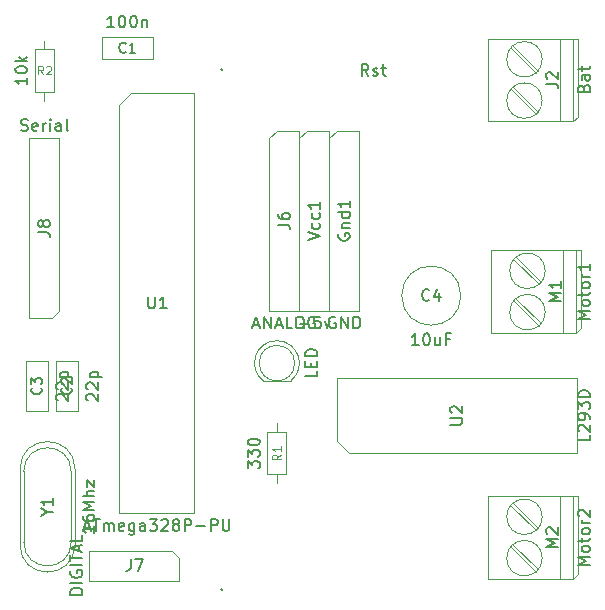
<source format=gbr>
G04 #@! TF.GenerationSoftware,KiCad,Pcbnew,(5.1.8)-1*
G04 #@! TF.CreationDate,2021-03-23T12:44:49+01:00*
G04 #@! TF.ProjectId,MicoBot1,4d69636f-426f-4743-912e-6b696361645f,rev?*
G04 #@! TF.SameCoordinates,Original*
G04 #@! TF.FileFunction,Other,Fab,Top*
%FSLAX46Y46*%
G04 Gerber Fmt 4.6, Leading zero omitted, Abs format (unit mm)*
G04 Created by KiCad (PCBNEW (5.1.8)-1) date 2021-03-23 12:44:49*
%MOMM*%
%LPD*%
G01*
G04 APERTURE LIST*
%ADD10C,0.100000*%
%ADD11C,0.150000*%
%ADD12C,0.108000*%
%ADD13C,0.129000*%
G04 APERTURE END LIST*
D10*
X110855000Y-106680000D02*
X116205000Y-106680000D01*
X116205000Y-106680000D02*
X116205000Y-142240000D01*
X116205000Y-142240000D02*
X109855000Y-142240000D01*
X109855000Y-142240000D02*
X109855000Y-107680000D01*
X109855000Y-107680000D02*
X110855000Y-106680000D01*
X128270000Y-136160000D02*
X128270000Y-130810000D01*
X128270000Y-130810000D02*
X148590000Y-130810000D01*
X148590000Y-130810000D02*
X148590000Y-137160000D01*
X148590000Y-137160000D02*
X129270000Y-137160000D01*
X129270000Y-137160000D02*
X128270000Y-136160000D01*
X123990000Y-135360000D02*
X122390000Y-135360000D01*
X122390000Y-135360000D02*
X122390000Y-138960000D01*
X122390000Y-138960000D02*
X123990000Y-138960000D01*
X123990000Y-138960000D02*
X123990000Y-135360000D01*
X123190000Y-134620000D02*
X123190000Y-135360000D01*
X123190000Y-139700000D02*
X123190000Y-138960000D01*
X124690000Y-129540000D02*
G75*
G03*
X124690000Y-129540000I-1500000J0D01*
G01*
X122023810Y-131040000D02*
X124356190Y-131040000D01*
X124355476Y-131040555D02*
G75*
G03*
X122023810Y-131040000I-1165476J1500555D01*
G01*
X104460000Y-133635000D02*
X106360000Y-133635000D01*
X106360000Y-133635000D02*
X106360000Y-129335000D01*
X106360000Y-129335000D02*
X104460000Y-129335000D01*
X104460000Y-129335000D02*
X104460000Y-133635000D01*
X101920000Y-129335000D02*
X101920000Y-133635000D01*
X103820000Y-129335000D02*
X101920000Y-129335000D01*
X103820000Y-133635000D02*
X103820000Y-129335000D01*
X101920000Y-133635000D02*
X103820000Y-133635000D01*
X112680000Y-103820000D02*
X112680000Y-101920000D01*
X112680000Y-101920000D02*
X108380000Y-101920000D01*
X108380000Y-101920000D02*
X108380000Y-103820000D01*
X108380000Y-103820000D02*
X112680000Y-103820000D01*
X104305000Y-102975000D02*
X102705000Y-102975000D01*
X102705000Y-102975000D02*
X102705000Y-106575000D01*
X102705000Y-106575000D02*
X104305000Y-106575000D01*
X104305000Y-106575000D02*
X104305000Y-102975000D01*
X103505000Y-102235000D02*
X103505000Y-102975000D01*
X103505000Y-107315000D02*
X103505000Y-106575000D01*
X101434000Y-144905000D02*
X101434000Y-138505000D01*
X106084000Y-144905000D02*
X106084000Y-138505000D01*
X101759000Y-144705000D02*
X101759000Y-138705000D01*
X105759000Y-144705000D02*
X105759000Y-138705000D01*
X106084000Y-144905000D02*
G75*
G02*
X101434000Y-144905000I-2325000J0D01*
G01*
X106084000Y-138505000D02*
G75*
G03*
X101434000Y-138505000I-2325000J0D01*
G01*
X105759000Y-144705000D02*
G75*
G02*
X101759000Y-144705000I-2000000J0D01*
G01*
X105759000Y-138705000D02*
G75*
G03*
X101759000Y-138705000I-2000000J0D01*
G01*
X138755000Y-123825000D02*
G75*
G03*
X138755000Y-123825000I-2500000J0D01*
G01*
X145645000Y-107315000D02*
G75*
G03*
X145645000Y-107315000I-1500000J0D01*
G01*
X145645000Y-103815000D02*
G75*
G03*
X145645000Y-103815000I-1500000J0D01*
G01*
X141045000Y-109065000D02*
X141045000Y-102065000D01*
X141045000Y-102065000D02*
X148645000Y-102065000D01*
X148645000Y-102065000D02*
X148645000Y-108665000D01*
X148645000Y-108665000D02*
X148245000Y-109065000D01*
X148245000Y-109065000D02*
X141045000Y-109065000D01*
X148245000Y-109065000D02*
X148245000Y-102065000D01*
X147145000Y-109065000D02*
X147145000Y-102065000D01*
X143190000Y-106177000D02*
X145283000Y-108270000D01*
X143007000Y-106360000D02*
X145100000Y-108453000D01*
X143190000Y-102677000D02*
X145283000Y-104769000D01*
X143007000Y-102860000D02*
X145100000Y-104952000D01*
X145645000Y-146050000D02*
G75*
G03*
X145645000Y-146050000I-1500000J0D01*
G01*
X145645000Y-142550000D02*
G75*
G03*
X145645000Y-142550000I-1500000J0D01*
G01*
X141045000Y-147800000D02*
X141045000Y-140800000D01*
X141045000Y-140800000D02*
X148645000Y-140800000D01*
X148645000Y-140800000D02*
X148645000Y-147400000D01*
X148645000Y-147400000D02*
X148245000Y-147800000D01*
X148245000Y-147800000D02*
X141045000Y-147800000D01*
X148245000Y-147800000D02*
X148245000Y-140800000D01*
X147145000Y-147800000D02*
X147145000Y-140800000D01*
X143190000Y-144912000D02*
X145283000Y-147005000D01*
X143007000Y-145095000D02*
X145100000Y-147188000D01*
X143190000Y-141412000D02*
X145283000Y-143504000D01*
X143007000Y-141595000D02*
X145100000Y-143687000D01*
X143261000Y-120767000D02*
X145354000Y-122859000D01*
X143444000Y-120584000D02*
X145537000Y-122676000D01*
X143261000Y-124267000D02*
X145354000Y-126360000D01*
X143444000Y-124084000D02*
X145537000Y-126177000D01*
X147399000Y-126972000D02*
X147399000Y-119972000D01*
X148499000Y-126972000D02*
X148499000Y-119972000D01*
X148499000Y-126972000D02*
X141299000Y-126972000D01*
X148899000Y-126572000D02*
X148499000Y-126972000D01*
X148899000Y-119972000D02*
X148899000Y-126572000D01*
X141299000Y-119972000D02*
X148899000Y-119972000D01*
X141299000Y-126972000D02*
X141299000Y-119972000D01*
X145899000Y-121722000D02*
G75*
G03*
X145899000Y-121722000I-1500000J0D01*
G01*
X145899000Y-125222000D02*
G75*
G03*
X145899000Y-125222000I-1500000J0D01*
G01*
X123190000Y-109855000D02*
X125095000Y-109855000D01*
X125095000Y-109855000D02*
X125095000Y-125095000D01*
X125095000Y-125095000D02*
X122555000Y-125095000D01*
X122555000Y-125095000D02*
X122555000Y-110490000D01*
X122555000Y-110490000D02*
X123190000Y-109855000D01*
X114935000Y-146050000D02*
X114935000Y-147955000D01*
X114935000Y-147955000D02*
X107315000Y-147955000D01*
X107315000Y-147955000D02*
X107315000Y-145415000D01*
X107315000Y-145415000D02*
X114300000Y-145415000D01*
X114300000Y-145415000D02*
X114935000Y-146050000D01*
X104775000Y-125095000D02*
X104140000Y-125730000D01*
X104775000Y-110490000D02*
X104775000Y-125095000D01*
X102235000Y-110490000D02*
X104775000Y-110490000D01*
X102235000Y-125730000D02*
X102235000Y-110490000D01*
X104140000Y-125730000D02*
X102235000Y-125730000D01*
X125095000Y-110490000D02*
X125730000Y-109855000D01*
X125095000Y-125095000D02*
X125095000Y-110490000D01*
X127635000Y-125095000D02*
X125095000Y-125095000D01*
X127635000Y-109855000D02*
X127635000Y-125095000D01*
X125730000Y-109855000D02*
X127635000Y-109855000D01*
X128270000Y-109855000D02*
X130175000Y-109855000D01*
X130175000Y-109855000D02*
X130175000Y-125095000D01*
X130175000Y-125095000D02*
X127635000Y-125095000D01*
X127635000Y-125095000D02*
X127635000Y-110490000D01*
X127635000Y-110490000D02*
X128270000Y-109855000D01*
D11*
X118500000Y-148627142D02*
X118547619Y-148674761D01*
X118500000Y-148722380D01*
X118452380Y-148674761D01*
X118500000Y-148627142D01*
X118500000Y-148722380D01*
X118500000Y-104627142D02*
X118547619Y-104674761D01*
X118500000Y-104722380D01*
X118452380Y-104674761D01*
X118500000Y-104627142D01*
X118500000Y-104722380D01*
X106839523Y-143466666D02*
X107315714Y-143466666D01*
X106744285Y-143752380D02*
X107077619Y-142752380D01*
X107410952Y-143752380D01*
X107601428Y-142752380D02*
X108172857Y-142752380D01*
X107887142Y-143752380D02*
X107887142Y-142752380D01*
X108506190Y-143752380D02*
X108506190Y-143085714D01*
X108506190Y-143180952D02*
X108553809Y-143133333D01*
X108649047Y-143085714D01*
X108791904Y-143085714D01*
X108887142Y-143133333D01*
X108934761Y-143228571D01*
X108934761Y-143752380D01*
X108934761Y-143228571D02*
X108982380Y-143133333D01*
X109077619Y-143085714D01*
X109220476Y-143085714D01*
X109315714Y-143133333D01*
X109363333Y-143228571D01*
X109363333Y-143752380D01*
X110220476Y-143704761D02*
X110125238Y-143752380D01*
X109934761Y-143752380D01*
X109839523Y-143704761D01*
X109791904Y-143609523D01*
X109791904Y-143228571D01*
X109839523Y-143133333D01*
X109934761Y-143085714D01*
X110125238Y-143085714D01*
X110220476Y-143133333D01*
X110268095Y-143228571D01*
X110268095Y-143323809D01*
X109791904Y-143419047D01*
X111125238Y-143085714D02*
X111125238Y-143895238D01*
X111077619Y-143990476D01*
X111030000Y-144038095D01*
X110934761Y-144085714D01*
X110791904Y-144085714D01*
X110696666Y-144038095D01*
X111125238Y-143704761D02*
X111030000Y-143752380D01*
X110839523Y-143752380D01*
X110744285Y-143704761D01*
X110696666Y-143657142D01*
X110649047Y-143561904D01*
X110649047Y-143276190D01*
X110696666Y-143180952D01*
X110744285Y-143133333D01*
X110839523Y-143085714D01*
X111030000Y-143085714D01*
X111125238Y-143133333D01*
X112030000Y-143752380D02*
X112030000Y-143228571D01*
X111982380Y-143133333D01*
X111887142Y-143085714D01*
X111696666Y-143085714D01*
X111601428Y-143133333D01*
X112030000Y-143704761D02*
X111934761Y-143752380D01*
X111696666Y-143752380D01*
X111601428Y-143704761D01*
X111553809Y-143609523D01*
X111553809Y-143514285D01*
X111601428Y-143419047D01*
X111696666Y-143371428D01*
X111934761Y-143371428D01*
X112030000Y-143323809D01*
X112410952Y-142752380D02*
X113030000Y-142752380D01*
X112696666Y-143133333D01*
X112839523Y-143133333D01*
X112934761Y-143180952D01*
X112982380Y-143228571D01*
X113030000Y-143323809D01*
X113030000Y-143561904D01*
X112982380Y-143657142D01*
X112934761Y-143704761D01*
X112839523Y-143752380D01*
X112553809Y-143752380D01*
X112458571Y-143704761D01*
X112410952Y-143657142D01*
X113410952Y-142847619D02*
X113458571Y-142800000D01*
X113553809Y-142752380D01*
X113791904Y-142752380D01*
X113887142Y-142800000D01*
X113934761Y-142847619D01*
X113982380Y-142942857D01*
X113982380Y-143038095D01*
X113934761Y-143180952D01*
X113363333Y-143752380D01*
X113982380Y-143752380D01*
X114553809Y-143180952D02*
X114458571Y-143133333D01*
X114410952Y-143085714D01*
X114363333Y-142990476D01*
X114363333Y-142942857D01*
X114410952Y-142847619D01*
X114458571Y-142800000D01*
X114553809Y-142752380D01*
X114744285Y-142752380D01*
X114839523Y-142800000D01*
X114887142Y-142847619D01*
X114934761Y-142942857D01*
X114934761Y-142990476D01*
X114887142Y-143085714D01*
X114839523Y-143133333D01*
X114744285Y-143180952D01*
X114553809Y-143180952D01*
X114458571Y-143228571D01*
X114410952Y-143276190D01*
X114363333Y-143371428D01*
X114363333Y-143561904D01*
X114410952Y-143657142D01*
X114458571Y-143704761D01*
X114553809Y-143752380D01*
X114744285Y-143752380D01*
X114839523Y-143704761D01*
X114887142Y-143657142D01*
X114934761Y-143561904D01*
X114934761Y-143371428D01*
X114887142Y-143276190D01*
X114839523Y-143228571D01*
X114744285Y-143180952D01*
X115363333Y-143752380D02*
X115363333Y-142752380D01*
X115744285Y-142752380D01*
X115839523Y-142800000D01*
X115887142Y-142847619D01*
X115934761Y-142942857D01*
X115934761Y-143085714D01*
X115887142Y-143180952D01*
X115839523Y-143228571D01*
X115744285Y-143276190D01*
X115363333Y-143276190D01*
X116363333Y-143371428D02*
X117125238Y-143371428D01*
X117601428Y-143752380D02*
X117601428Y-142752380D01*
X117982380Y-142752380D01*
X118077619Y-142800000D01*
X118125238Y-142847619D01*
X118172857Y-142942857D01*
X118172857Y-143085714D01*
X118125238Y-143180952D01*
X118077619Y-143228571D01*
X117982380Y-143276190D01*
X117601428Y-143276190D01*
X118601428Y-142752380D02*
X118601428Y-143561904D01*
X118649047Y-143657142D01*
X118696666Y-143704761D01*
X118791904Y-143752380D01*
X118982380Y-143752380D01*
X119077619Y-143704761D01*
X119125238Y-143657142D01*
X119172857Y-143561904D01*
X119172857Y-142752380D01*
X112268095Y-123912380D02*
X112268095Y-124721904D01*
X112315714Y-124817142D01*
X112363333Y-124864761D01*
X112458571Y-124912380D01*
X112649047Y-124912380D01*
X112744285Y-124864761D01*
X112791904Y-124817142D01*
X112839523Y-124721904D01*
X112839523Y-123912380D01*
X113839523Y-124912380D02*
X113268095Y-124912380D01*
X113553809Y-124912380D02*
X113553809Y-123912380D01*
X113458571Y-124055238D01*
X113363333Y-124150476D01*
X113268095Y-124198095D01*
X149677380Y-135604047D02*
X149677380Y-136080238D01*
X148677380Y-136080238D01*
X148772619Y-135318333D02*
X148725000Y-135270714D01*
X148677380Y-135175476D01*
X148677380Y-134937380D01*
X148725000Y-134842142D01*
X148772619Y-134794523D01*
X148867857Y-134746904D01*
X148963095Y-134746904D01*
X149105952Y-134794523D01*
X149677380Y-135365952D01*
X149677380Y-134746904D01*
X149677380Y-134270714D02*
X149677380Y-134080238D01*
X149629761Y-133985000D01*
X149582142Y-133937380D01*
X149439285Y-133842142D01*
X149248809Y-133794523D01*
X148867857Y-133794523D01*
X148772619Y-133842142D01*
X148725000Y-133889761D01*
X148677380Y-133985000D01*
X148677380Y-134175476D01*
X148725000Y-134270714D01*
X148772619Y-134318333D01*
X148867857Y-134365952D01*
X149105952Y-134365952D01*
X149201190Y-134318333D01*
X149248809Y-134270714D01*
X149296428Y-134175476D01*
X149296428Y-133985000D01*
X149248809Y-133889761D01*
X149201190Y-133842142D01*
X149105952Y-133794523D01*
X148677380Y-133461190D02*
X148677380Y-132842142D01*
X149058333Y-133175476D01*
X149058333Y-133032619D01*
X149105952Y-132937380D01*
X149153571Y-132889761D01*
X149248809Y-132842142D01*
X149486904Y-132842142D01*
X149582142Y-132889761D01*
X149629761Y-132937380D01*
X149677380Y-133032619D01*
X149677380Y-133318333D01*
X149629761Y-133413571D01*
X149582142Y-133461190D01*
X149677380Y-132413571D02*
X148677380Y-132413571D01*
X148677380Y-132175476D01*
X148725000Y-132032619D01*
X148820238Y-131937380D01*
X148915476Y-131889761D01*
X149105952Y-131842142D01*
X149248809Y-131842142D01*
X149439285Y-131889761D01*
X149534523Y-131937380D01*
X149629761Y-132032619D01*
X149677380Y-132175476D01*
X149677380Y-132413571D01*
X137882380Y-134746904D02*
X138691904Y-134746904D01*
X138787142Y-134699285D01*
X138834761Y-134651666D01*
X138882380Y-134556428D01*
X138882380Y-134365952D01*
X138834761Y-134270714D01*
X138787142Y-134223095D01*
X138691904Y-134175476D01*
X137882380Y-134175476D01*
X137977619Y-133746904D02*
X137930000Y-133699285D01*
X137882380Y-133604047D01*
X137882380Y-133365952D01*
X137930000Y-133270714D01*
X137977619Y-133223095D01*
X138072857Y-133175476D01*
X138168095Y-133175476D01*
X138310952Y-133223095D01*
X138882380Y-133794523D01*
X138882380Y-133175476D01*
X130937047Y-105227380D02*
X130603714Y-104751190D01*
X130365619Y-105227380D02*
X130365619Y-104227380D01*
X130746571Y-104227380D01*
X130841809Y-104275000D01*
X130889428Y-104322619D01*
X130937047Y-104417857D01*
X130937047Y-104560714D01*
X130889428Y-104655952D01*
X130841809Y-104703571D01*
X130746571Y-104751190D01*
X130365619Y-104751190D01*
X131318000Y-105179761D02*
X131413238Y-105227380D01*
X131603714Y-105227380D01*
X131698952Y-105179761D01*
X131746571Y-105084523D01*
X131746571Y-105036904D01*
X131698952Y-104941666D01*
X131603714Y-104894047D01*
X131460857Y-104894047D01*
X131365619Y-104846428D01*
X131318000Y-104751190D01*
X131318000Y-104703571D01*
X131365619Y-104608333D01*
X131460857Y-104560714D01*
X131603714Y-104560714D01*
X131698952Y-104608333D01*
X132032285Y-104560714D02*
X132413238Y-104560714D01*
X132175142Y-104227380D02*
X132175142Y-105084523D01*
X132222761Y-105179761D01*
X132318000Y-105227380D01*
X132413238Y-105227380D01*
X120722380Y-138445714D02*
X120722380Y-137826666D01*
X121103333Y-138160000D01*
X121103333Y-138017142D01*
X121150952Y-137921904D01*
X121198571Y-137874285D01*
X121293809Y-137826666D01*
X121531904Y-137826666D01*
X121627142Y-137874285D01*
X121674761Y-137921904D01*
X121722380Y-138017142D01*
X121722380Y-138302857D01*
X121674761Y-138398095D01*
X121627142Y-138445714D01*
X120722380Y-137493333D02*
X120722380Y-136874285D01*
X121103333Y-137207619D01*
X121103333Y-137064761D01*
X121150952Y-136969523D01*
X121198571Y-136921904D01*
X121293809Y-136874285D01*
X121531904Y-136874285D01*
X121627142Y-136921904D01*
X121674761Y-136969523D01*
X121722380Y-137064761D01*
X121722380Y-137350476D01*
X121674761Y-137445714D01*
X121627142Y-137493333D01*
X120722380Y-136255238D02*
X120722380Y-136160000D01*
X120770000Y-136064761D01*
X120817619Y-136017142D01*
X120912857Y-135969523D01*
X121103333Y-135921904D01*
X121341428Y-135921904D01*
X121531904Y-135969523D01*
X121627142Y-136017142D01*
X121674761Y-136064761D01*
X121722380Y-136160000D01*
X121722380Y-136255238D01*
X121674761Y-136350476D01*
X121627142Y-136398095D01*
X121531904Y-136445714D01*
X121341428Y-136493333D01*
X121103333Y-136493333D01*
X120912857Y-136445714D01*
X120817619Y-136398095D01*
X120770000Y-136350476D01*
X120722380Y-136255238D01*
D12*
X123515714Y-137280000D02*
X123172857Y-137520000D01*
X123515714Y-137691428D02*
X122795714Y-137691428D01*
X122795714Y-137417142D01*
X122830000Y-137348571D01*
X122864285Y-137314285D01*
X122932857Y-137280000D01*
X123035714Y-137280000D01*
X123104285Y-137314285D01*
X123138571Y-137348571D01*
X123172857Y-137417142D01*
X123172857Y-137691428D01*
X123515714Y-136594285D02*
X123515714Y-137005714D01*
X123515714Y-136800000D02*
X122795714Y-136800000D01*
X122898571Y-136868571D01*
X122967142Y-136937142D01*
X123001428Y-137005714D01*
D11*
X126602380Y-130182857D02*
X126602380Y-130659047D01*
X125602380Y-130659047D01*
X126078571Y-129849523D02*
X126078571Y-129516190D01*
X126602380Y-129373333D02*
X126602380Y-129849523D01*
X125602380Y-129849523D01*
X125602380Y-129373333D01*
X126602380Y-128944761D02*
X125602380Y-128944761D01*
X125602380Y-128706666D01*
X125650000Y-128563809D01*
X125745238Y-128468571D01*
X125840476Y-128420952D01*
X126030952Y-128373333D01*
X126173809Y-128373333D01*
X126364285Y-128420952D01*
X126459523Y-128468571D01*
X126554761Y-128563809D01*
X126602380Y-128706666D01*
X126602380Y-128944761D01*
X107157619Y-132699285D02*
X107110000Y-132651666D01*
X107062380Y-132556428D01*
X107062380Y-132318333D01*
X107110000Y-132223095D01*
X107157619Y-132175476D01*
X107252857Y-132127857D01*
X107348095Y-132127857D01*
X107490952Y-132175476D01*
X108062380Y-132746904D01*
X108062380Y-132127857D01*
X107157619Y-131746904D02*
X107110000Y-131699285D01*
X107062380Y-131604047D01*
X107062380Y-131365952D01*
X107110000Y-131270714D01*
X107157619Y-131223095D01*
X107252857Y-131175476D01*
X107348095Y-131175476D01*
X107490952Y-131223095D01*
X108062380Y-131794523D01*
X108062380Y-131175476D01*
X107395714Y-130746904D02*
X108395714Y-130746904D01*
X107443333Y-130746904D02*
X107395714Y-130651666D01*
X107395714Y-130461190D01*
X107443333Y-130365952D01*
X107490952Y-130318333D01*
X107586190Y-130270714D01*
X107871904Y-130270714D01*
X107967142Y-130318333D01*
X108014761Y-130365952D01*
X108062380Y-130461190D01*
X108062380Y-130651666D01*
X108014761Y-130746904D01*
D13*
X105717142Y-131628333D02*
X105758095Y-131669285D01*
X105799047Y-131792142D01*
X105799047Y-131874047D01*
X105758095Y-131996904D01*
X105676190Y-132078809D01*
X105594285Y-132119761D01*
X105430476Y-132160714D01*
X105307619Y-132160714D01*
X105143809Y-132119761D01*
X105061904Y-132078809D01*
X104980000Y-131996904D01*
X104939047Y-131874047D01*
X104939047Y-131792142D01*
X104980000Y-131669285D01*
X105020952Y-131628333D01*
X105020952Y-131300714D02*
X104980000Y-131259761D01*
X104939047Y-131177857D01*
X104939047Y-130973095D01*
X104980000Y-130891190D01*
X105020952Y-130850238D01*
X105102857Y-130809285D01*
X105184761Y-130809285D01*
X105307619Y-130850238D01*
X105799047Y-131341666D01*
X105799047Y-130809285D01*
D11*
X104617619Y-132699285D02*
X104570000Y-132651666D01*
X104522380Y-132556428D01*
X104522380Y-132318333D01*
X104570000Y-132223095D01*
X104617619Y-132175476D01*
X104712857Y-132127857D01*
X104808095Y-132127857D01*
X104950952Y-132175476D01*
X105522380Y-132746904D01*
X105522380Y-132127857D01*
X104617619Y-131746904D02*
X104570000Y-131699285D01*
X104522380Y-131604047D01*
X104522380Y-131365952D01*
X104570000Y-131270714D01*
X104617619Y-131223095D01*
X104712857Y-131175476D01*
X104808095Y-131175476D01*
X104950952Y-131223095D01*
X105522380Y-131794523D01*
X105522380Y-131175476D01*
X104855714Y-130746904D02*
X105855714Y-130746904D01*
X104903333Y-130746904D02*
X104855714Y-130651666D01*
X104855714Y-130461190D01*
X104903333Y-130365952D01*
X104950952Y-130318333D01*
X105046190Y-130270714D01*
X105331904Y-130270714D01*
X105427142Y-130318333D01*
X105474761Y-130365952D01*
X105522380Y-130461190D01*
X105522380Y-130651666D01*
X105474761Y-130746904D01*
D13*
X103177142Y-131628333D02*
X103218095Y-131669285D01*
X103259047Y-131792142D01*
X103259047Y-131874047D01*
X103218095Y-131996904D01*
X103136190Y-132078809D01*
X103054285Y-132119761D01*
X102890476Y-132160714D01*
X102767619Y-132160714D01*
X102603809Y-132119761D01*
X102521904Y-132078809D01*
X102440000Y-131996904D01*
X102399047Y-131874047D01*
X102399047Y-131792142D01*
X102440000Y-131669285D01*
X102480952Y-131628333D01*
X102399047Y-131341666D02*
X102399047Y-130809285D01*
X102726666Y-131095952D01*
X102726666Y-130973095D01*
X102767619Y-130891190D01*
X102808571Y-130850238D01*
X102890476Y-130809285D01*
X103095238Y-130809285D01*
X103177142Y-130850238D01*
X103218095Y-130891190D01*
X103259047Y-130973095D01*
X103259047Y-131218809D01*
X103218095Y-131300714D01*
X103177142Y-131341666D01*
D11*
X109410952Y-101122380D02*
X108839523Y-101122380D01*
X109125238Y-101122380D02*
X109125238Y-100122380D01*
X109030000Y-100265238D01*
X108934761Y-100360476D01*
X108839523Y-100408095D01*
X110030000Y-100122380D02*
X110125238Y-100122380D01*
X110220476Y-100170000D01*
X110268095Y-100217619D01*
X110315714Y-100312857D01*
X110363333Y-100503333D01*
X110363333Y-100741428D01*
X110315714Y-100931904D01*
X110268095Y-101027142D01*
X110220476Y-101074761D01*
X110125238Y-101122380D01*
X110030000Y-101122380D01*
X109934761Y-101074761D01*
X109887142Y-101027142D01*
X109839523Y-100931904D01*
X109791904Y-100741428D01*
X109791904Y-100503333D01*
X109839523Y-100312857D01*
X109887142Y-100217619D01*
X109934761Y-100170000D01*
X110030000Y-100122380D01*
X110982380Y-100122380D02*
X111077619Y-100122380D01*
X111172857Y-100170000D01*
X111220476Y-100217619D01*
X111268095Y-100312857D01*
X111315714Y-100503333D01*
X111315714Y-100741428D01*
X111268095Y-100931904D01*
X111220476Y-101027142D01*
X111172857Y-101074761D01*
X111077619Y-101122380D01*
X110982380Y-101122380D01*
X110887142Y-101074761D01*
X110839523Y-101027142D01*
X110791904Y-100931904D01*
X110744285Y-100741428D01*
X110744285Y-100503333D01*
X110791904Y-100312857D01*
X110839523Y-100217619D01*
X110887142Y-100170000D01*
X110982380Y-100122380D01*
X111744285Y-100455714D02*
X111744285Y-101122380D01*
X111744285Y-100550952D02*
X111791904Y-100503333D01*
X111887142Y-100455714D01*
X112030000Y-100455714D01*
X112125238Y-100503333D01*
X112172857Y-100598571D01*
X112172857Y-101122380D01*
D13*
X110386666Y-103177142D02*
X110345714Y-103218095D01*
X110222857Y-103259047D01*
X110140952Y-103259047D01*
X110018095Y-103218095D01*
X109936190Y-103136190D01*
X109895238Y-103054285D01*
X109854285Y-102890476D01*
X109854285Y-102767619D01*
X109895238Y-102603809D01*
X109936190Y-102521904D01*
X110018095Y-102440000D01*
X110140952Y-102399047D01*
X110222857Y-102399047D01*
X110345714Y-102440000D01*
X110386666Y-102480952D01*
X111205714Y-103259047D02*
X110714285Y-103259047D01*
X110960000Y-103259047D02*
X110960000Y-102399047D01*
X110878095Y-102521904D01*
X110796190Y-102603809D01*
X110714285Y-102644761D01*
D11*
X102037380Y-105370238D02*
X102037380Y-105941666D01*
X102037380Y-105655952D02*
X101037380Y-105655952D01*
X101180238Y-105751190D01*
X101275476Y-105846428D01*
X101323095Y-105941666D01*
X101037380Y-104751190D02*
X101037380Y-104655952D01*
X101085000Y-104560714D01*
X101132619Y-104513095D01*
X101227857Y-104465476D01*
X101418333Y-104417857D01*
X101656428Y-104417857D01*
X101846904Y-104465476D01*
X101942142Y-104513095D01*
X101989761Y-104560714D01*
X102037380Y-104655952D01*
X102037380Y-104751190D01*
X101989761Y-104846428D01*
X101942142Y-104894047D01*
X101846904Y-104941666D01*
X101656428Y-104989285D01*
X101418333Y-104989285D01*
X101227857Y-104941666D01*
X101132619Y-104894047D01*
X101085000Y-104846428D01*
X101037380Y-104751190D01*
X102037380Y-103989285D02*
X101037380Y-103989285D01*
X101656428Y-103894047D02*
X102037380Y-103608333D01*
X101370714Y-103608333D02*
X101751666Y-103989285D01*
D12*
X103385000Y-105100714D02*
X103145000Y-104757857D01*
X102973571Y-105100714D02*
X102973571Y-104380714D01*
X103247857Y-104380714D01*
X103316428Y-104415000D01*
X103350714Y-104449285D01*
X103385000Y-104517857D01*
X103385000Y-104620714D01*
X103350714Y-104689285D01*
X103316428Y-104723571D01*
X103247857Y-104757857D01*
X102973571Y-104757857D01*
X103659285Y-104449285D02*
X103693571Y-104415000D01*
X103762142Y-104380714D01*
X103933571Y-104380714D01*
X104002142Y-104415000D01*
X104036428Y-104449285D01*
X104070714Y-104517857D01*
X104070714Y-104586428D01*
X104036428Y-104689285D01*
X103625000Y-105100714D01*
X104070714Y-105100714D01*
D11*
X107736380Y-143324047D02*
X107736380Y-143895476D01*
X107736380Y-143609761D02*
X106736380Y-143609761D01*
X106879238Y-143705000D01*
X106974476Y-143800238D01*
X107022095Y-143895476D01*
X106736380Y-142466904D02*
X106736380Y-142657380D01*
X106784000Y-142752619D01*
X106831619Y-142800238D01*
X106974476Y-142895476D01*
X107164952Y-142943095D01*
X107545904Y-142943095D01*
X107641142Y-142895476D01*
X107688761Y-142847857D01*
X107736380Y-142752619D01*
X107736380Y-142562142D01*
X107688761Y-142466904D01*
X107641142Y-142419285D01*
X107545904Y-142371666D01*
X107307809Y-142371666D01*
X107212571Y-142419285D01*
X107164952Y-142466904D01*
X107117333Y-142562142D01*
X107117333Y-142752619D01*
X107164952Y-142847857D01*
X107212571Y-142895476D01*
X107307809Y-142943095D01*
X107736380Y-141943095D02*
X106736380Y-141943095D01*
X107450666Y-141609761D01*
X106736380Y-141276428D01*
X107736380Y-141276428D01*
X107736380Y-140800238D02*
X106736380Y-140800238D01*
X107736380Y-140371666D02*
X107212571Y-140371666D01*
X107117333Y-140419285D01*
X107069714Y-140514523D01*
X107069714Y-140657380D01*
X107117333Y-140752619D01*
X107164952Y-140800238D01*
X107069714Y-139990714D02*
X107069714Y-139466904D01*
X107736380Y-139990714D01*
X107736380Y-139466904D01*
X103735190Y-142181190D02*
X104211380Y-142181190D01*
X103211380Y-142514523D02*
X103735190Y-142181190D01*
X103211380Y-141847857D01*
X104211380Y-140990714D02*
X104211380Y-141562142D01*
X104211380Y-141276428D02*
X103211380Y-141276428D01*
X103354238Y-141371666D01*
X103449476Y-141466904D01*
X103497095Y-141562142D01*
X135183571Y-128027380D02*
X134612142Y-128027380D01*
X134897857Y-128027380D02*
X134897857Y-127027380D01*
X134802619Y-127170238D01*
X134707380Y-127265476D01*
X134612142Y-127313095D01*
X135802619Y-127027380D02*
X135897857Y-127027380D01*
X135993095Y-127075000D01*
X136040714Y-127122619D01*
X136088333Y-127217857D01*
X136135952Y-127408333D01*
X136135952Y-127646428D01*
X136088333Y-127836904D01*
X136040714Y-127932142D01*
X135993095Y-127979761D01*
X135897857Y-128027380D01*
X135802619Y-128027380D01*
X135707380Y-127979761D01*
X135659761Y-127932142D01*
X135612142Y-127836904D01*
X135564523Y-127646428D01*
X135564523Y-127408333D01*
X135612142Y-127217857D01*
X135659761Y-127122619D01*
X135707380Y-127075000D01*
X135802619Y-127027380D01*
X136993095Y-127360714D02*
X136993095Y-128027380D01*
X136564523Y-127360714D02*
X136564523Y-127884523D01*
X136612142Y-127979761D01*
X136707380Y-128027380D01*
X136850238Y-128027380D01*
X136945476Y-127979761D01*
X136993095Y-127932142D01*
X137802619Y-127503571D02*
X137469285Y-127503571D01*
X137469285Y-128027380D02*
X137469285Y-127027380D01*
X137945476Y-127027380D01*
X136088333Y-124182142D02*
X136040714Y-124229761D01*
X135897857Y-124277380D01*
X135802619Y-124277380D01*
X135659761Y-124229761D01*
X135564523Y-124134523D01*
X135516904Y-124039285D01*
X135469285Y-123848809D01*
X135469285Y-123705952D01*
X135516904Y-123515476D01*
X135564523Y-123420238D01*
X135659761Y-123325000D01*
X135802619Y-123277380D01*
X135897857Y-123277380D01*
X136040714Y-123325000D01*
X136088333Y-123372619D01*
X136945476Y-123610714D02*
X136945476Y-124277380D01*
X136707380Y-123229761D02*
X136469285Y-123944047D01*
X137088333Y-123944047D01*
X149153571Y-106231666D02*
X149201190Y-106088809D01*
X149248809Y-106041190D01*
X149344047Y-105993571D01*
X149486904Y-105993571D01*
X149582142Y-106041190D01*
X149629761Y-106088809D01*
X149677380Y-106184047D01*
X149677380Y-106565000D01*
X148677380Y-106565000D01*
X148677380Y-106231666D01*
X148725000Y-106136428D01*
X148772619Y-106088809D01*
X148867857Y-106041190D01*
X148963095Y-106041190D01*
X149058333Y-106088809D01*
X149105952Y-106136428D01*
X149153571Y-106231666D01*
X149153571Y-106565000D01*
X149677380Y-105136428D02*
X149153571Y-105136428D01*
X149058333Y-105184047D01*
X149010714Y-105279285D01*
X149010714Y-105469761D01*
X149058333Y-105565000D01*
X149629761Y-105136428D02*
X149677380Y-105231666D01*
X149677380Y-105469761D01*
X149629761Y-105565000D01*
X149534523Y-105612619D01*
X149439285Y-105612619D01*
X149344047Y-105565000D01*
X149296428Y-105469761D01*
X149296428Y-105231666D01*
X149248809Y-105136428D01*
X149010714Y-104803095D02*
X149010714Y-104422142D01*
X148677380Y-104660238D02*
X149534523Y-104660238D01*
X149629761Y-104612619D01*
X149677380Y-104517380D01*
X149677380Y-104422142D01*
X145997380Y-105898333D02*
X146711666Y-105898333D01*
X146854523Y-105945952D01*
X146949761Y-106041190D01*
X146997380Y-106184047D01*
X146997380Y-106279285D01*
X146092619Y-105469761D02*
X146045000Y-105422142D01*
X145997380Y-105326904D01*
X145997380Y-105088809D01*
X146045000Y-104993571D01*
X146092619Y-104945952D01*
X146187857Y-104898333D01*
X146283095Y-104898333D01*
X146425952Y-104945952D01*
X146997380Y-105517380D01*
X146997380Y-104898333D01*
X149677380Y-146609523D02*
X148677380Y-146609523D01*
X149391666Y-146276190D01*
X148677380Y-145942857D01*
X149677380Y-145942857D01*
X149677380Y-145323809D02*
X149629761Y-145419047D01*
X149582142Y-145466666D01*
X149486904Y-145514285D01*
X149201190Y-145514285D01*
X149105952Y-145466666D01*
X149058333Y-145419047D01*
X149010714Y-145323809D01*
X149010714Y-145180952D01*
X149058333Y-145085714D01*
X149105952Y-145038095D01*
X149201190Y-144990476D01*
X149486904Y-144990476D01*
X149582142Y-145038095D01*
X149629761Y-145085714D01*
X149677380Y-145180952D01*
X149677380Y-145323809D01*
X149010714Y-144704761D02*
X149010714Y-144323809D01*
X148677380Y-144561904D02*
X149534523Y-144561904D01*
X149629761Y-144514285D01*
X149677380Y-144419047D01*
X149677380Y-144323809D01*
X149677380Y-143847619D02*
X149629761Y-143942857D01*
X149582142Y-143990476D01*
X149486904Y-144038095D01*
X149201190Y-144038095D01*
X149105952Y-143990476D01*
X149058333Y-143942857D01*
X149010714Y-143847619D01*
X149010714Y-143704761D01*
X149058333Y-143609523D01*
X149105952Y-143561904D01*
X149201190Y-143514285D01*
X149486904Y-143514285D01*
X149582142Y-143561904D01*
X149629761Y-143609523D01*
X149677380Y-143704761D01*
X149677380Y-143847619D01*
X149677380Y-143085714D02*
X149010714Y-143085714D01*
X149201190Y-143085714D02*
X149105952Y-143038095D01*
X149058333Y-142990476D01*
X149010714Y-142895238D01*
X149010714Y-142800000D01*
X148772619Y-142514285D02*
X148725000Y-142466666D01*
X148677380Y-142371428D01*
X148677380Y-142133333D01*
X148725000Y-142038095D01*
X148772619Y-141990476D01*
X148867857Y-141942857D01*
X148963095Y-141942857D01*
X149105952Y-141990476D01*
X149677380Y-142561904D01*
X149677380Y-141942857D01*
X146997380Y-145109523D02*
X145997380Y-145109523D01*
X146711666Y-144776190D01*
X145997380Y-144442857D01*
X146997380Y-144442857D01*
X146092619Y-144014285D02*
X146045000Y-143966666D01*
X145997380Y-143871428D01*
X145997380Y-143633333D01*
X146045000Y-143538095D01*
X146092619Y-143490476D01*
X146187857Y-143442857D01*
X146283095Y-143442857D01*
X146425952Y-143490476D01*
X146997380Y-144061904D01*
X146997380Y-143442857D01*
X149677380Y-125781523D02*
X148677380Y-125781523D01*
X149391666Y-125448190D01*
X148677380Y-125114857D01*
X149677380Y-125114857D01*
X149677380Y-124495809D02*
X149629761Y-124591047D01*
X149582142Y-124638666D01*
X149486904Y-124686285D01*
X149201190Y-124686285D01*
X149105952Y-124638666D01*
X149058333Y-124591047D01*
X149010714Y-124495809D01*
X149010714Y-124352952D01*
X149058333Y-124257714D01*
X149105952Y-124210095D01*
X149201190Y-124162476D01*
X149486904Y-124162476D01*
X149582142Y-124210095D01*
X149629761Y-124257714D01*
X149677380Y-124352952D01*
X149677380Y-124495809D01*
X149010714Y-123876761D02*
X149010714Y-123495809D01*
X148677380Y-123733904D02*
X149534523Y-123733904D01*
X149629761Y-123686285D01*
X149677380Y-123591047D01*
X149677380Y-123495809D01*
X149677380Y-123019619D02*
X149629761Y-123114857D01*
X149582142Y-123162476D01*
X149486904Y-123210095D01*
X149201190Y-123210095D01*
X149105952Y-123162476D01*
X149058333Y-123114857D01*
X149010714Y-123019619D01*
X149010714Y-122876761D01*
X149058333Y-122781523D01*
X149105952Y-122733904D01*
X149201190Y-122686285D01*
X149486904Y-122686285D01*
X149582142Y-122733904D01*
X149629761Y-122781523D01*
X149677380Y-122876761D01*
X149677380Y-123019619D01*
X149677380Y-122257714D02*
X149010714Y-122257714D01*
X149201190Y-122257714D02*
X149105952Y-122210095D01*
X149058333Y-122162476D01*
X149010714Y-122067238D01*
X149010714Y-121972000D01*
X149677380Y-121114857D02*
X149677380Y-121686285D01*
X149677380Y-121400571D02*
X148677380Y-121400571D01*
X148820238Y-121495809D01*
X148915476Y-121591047D01*
X148963095Y-121686285D01*
X147251380Y-124281523D02*
X146251380Y-124281523D01*
X146965666Y-123948190D01*
X146251380Y-123614857D01*
X147251380Y-123614857D01*
X147251380Y-122614857D02*
X147251380Y-123186285D01*
X147251380Y-122900571D02*
X146251380Y-122900571D01*
X146394238Y-122995809D01*
X146489476Y-123091047D01*
X146537095Y-123186285D01*
X121205952Y-126321666D02*
X121682142Y-126321666D01*
X121110714Y-126607380D02*
X121444047Y-125607380D01*
X121777380Y-126607380D01*
X122110714Y-126607380D02*
X122110714Y-125607380D01*
X122682142Y-126607380D01*
X122682142Y-125607380D01*
X123110714Y-126321666D02*
X123586904Y-126321666D01*
X123015476Y-126607380D02*
X123348809Y-125607380D01*
X123682142Y-126607380D01*
X124491666Y-126607380D02*
X124015476Y-126607380D01*
X124015476Y-125607380D01*
X125015476Y-125607380D02*
X125205952Y-125607380D01*
X125301190Y-125655000D01*
X125396428Y-125750238D01*
X125444047Y-125940714D01*
X125444047Y-126274047D01*
X125396428Y-126464523D01*
X125301190Y-126559761D01*
X125205952Y-126607380D01*
X125015476Y-126607380D01*
X124920238Y-126559761D01*
X124825000Y-126464523D01*
X124777380Y-126274047D01*
X124777380Y-125940714D01*
X124825000Y-125750238D01*
X124920238Y-125655000D01*
X125015476Y-125607380D01*
X126396428Y-125655000D02*
X126301190Y-125607380D01*
X126158333Y-125607380D01*
X126015476Y-125655000D01*
X125920238Y-125750238D01*
X125872619Y-125845476D01*
X125825000Y-126035952D01*
X125825000Y-126178809D01*
X125872619Y-126369285D01*
X125920238Y-126464523D01*
X126015476Y-126559761D01*
X126158333Y-126607380D01*
X126253571Y-126607380D01*
X126396428Y-126559761D01*
X126444047Y-126512142D01*
X126444047Y-126178809D01*
X126253571Y-126178809D01*
X123277380Y-117808333D02*
X123991666Y-117808333D01*
X124134523Y-117855952D01*
X124229761Y-117951190D01*
X124277380Y-118094047D01*
X124277380Y-118189285D01*
X123277380Y-116903571D02*
X123277380Y-117094047D01*
X123325000Y-117189285D01*
X123372619Y-117236904D01*
X123515476Y-117332142D01*
X123705952Y-117379761D01*
X124086904Y-117379761D01*
X124182142Y-117332142D01*
X124229761Y-117284523D01*
X124277380Y-117189285D01*
X124277380Y-116998809D01*
X124229761Y-116903571D01*
X124182142Y-116855952D01*
X124086904Y-116808333D01*
X123848809Y-116808333D01*
X123753571Y-116855952D01*
X123705952Y-116903571D01*
X123658333Y-116998809D01*
X123658333Y-117189285D01*
X123705952Y-117284523D01*
X123753571Y-117332142D01*
X123848809Y-117379761D01*
X106707380Y-149137380D02*
X105707380Y-149137380D01*
X105707380Y-148899285D01*
X105755000Y-148756428D01*
X105850238Y-148661190D01*
X105945476Y-148613571D01*
X106135952Y-148565952D01*
X106278809Y-148565952D01*
X106469285Y-148613571D01*
X106564523Y-148661190D01*
X106659761Y-148756428D01*
X106707380Y-148899285D01*
X106707380Y-149137380D01*
X106707380Y-148137380D02*
X105707380Y-148137380D01*
X105755000Y-147137380D02*
X105707380Y-147232619D01*
X105707380Y-147375476D01*
X105755000Y-147518333D01*
X105850238Y-147613571D01*
X105945476Y-147661190D01*
X106135952Y-147708809D01*
X106278809Y-147708809D01*
X106469285Y-147661190D01*
X106564523Y-147613571D01*
X106659761Y-147518333D01*
X106707380Y-147375476D01*
X106707380Y-147280238D01*
X106659761Y-147137380D01*
X106612142Y-147089761D01*
X106278809Y-147089761D01*
X106278809Y-147280238D01*
X106707380Y-146661190D02*
X105707380Y-146661190D01*
X105707380Y-146327857D02*
X105707380Y-145756428D01*
X106707380Y-146042142D02*
X105707380Y-146042142D01*
X106421666Y-145470714D02*
X106421666Y-144994523D01*
X106707380Y-145565952D02*
X105707380Y-145232619D01*
X106707380Y-144899285D01*
X106707380Y-144089761D02*
X106707380Y-144565952D01*
X105707380Y-144565952D01*
X110791666Y-146137380D02*
X110791666Y-146851666D01*
X110744047Y-146994523D01*
X110648809Y-147089761D01*
X110505952Y-147137380D01*
X110410714Y-147137380D01*
X111172619Y-146137380D02*
X111839285Y-146137380D01*
X111410714Y-147137380D01*
X101528809Y-109834761D02*
X101671666Y-109882380D01*
X101909761Y-109882380D01*
X102005000Y-109834761D01*
X102052619Y-109787142D01*
X102100238Y-109691904D01*
X102100238Y-109596666D01*
X102052619Y-109501428D01*
X102005000Y-109453809D01*
X101909761Y-109406190D01*
X101719285Y-109358571D01*
X101624047Y-109310952D01*
X101576428Y-109263333D01*
X101528809Y-109168095D01*
X101528809Y-109072857D01*
X101576428Y-108977619D01*
X101624047Y-108930000D01*
X101719285Y-108882380D01*
X101957380Y-108882380D01*
X102100238Y-108930000D01*
X102909761Y-109834761D02*
X102814523Y-109882380D01*
X102624047Y-109882380D01*
X102528809Y-109834761D01*
X102481190Y-109739523D01*
X102481190Y-109358571D01*
X102528809Y-109263333D01*
X102624047Y-109215714D01*
X102814523Y-109215714D01*
X102909761Y-109263333D01*
X102957380Y-109358571D01*
X102957380Y-109453809D01*
X102481190Y-109549047D01*
X103385952Y-109882380D02*
X103385952Y-109215714D01*
X103385952Y-109406190D02*
X103433571Y-109310952D01*
X103481190Y-109263333D01*
X103576428Y-109215714D01*
X103671666Y-109215714D01*
X104005000Y-109882380D02*
X104005000Y-109215714D01*
X104005000Y-108882380D02*
X103957380Y-108930000D01*
X104005000Y-108977619D01*
X104052619Y-108930000D01*
X104005000Y-108882380D01*
X104005000Y-108977619D01*
X104909761Y-109882380D02*
X104909761Y-109358571D01*
X104862142Y-109263333D01*
X104766904Y-109215714D01*
X104576428Y-109215714D01*
X104481190Y-109263333D01*
X104909761Y-109834761D02*
X104814523Y-109882380D01*
X104576428Y-109882380D01*
X104481190Y-109834761D01*
X104433571Y-109739523D01*
X104433571Y-109644285D01*
X104481190Y-109549047D01*
X104576428Y-109501428D01*
X104814523Y-109501428D01*
X104909761Y-109453809D01*
X105528809Y-109882380D02*
X105433571Y-109834761D01*
X105385952Y-109739523D01*
X105385952Y-108882380D01*
X102957380Y-118443333D02*
X103671666Y-118443333D01*
X103814523Y-118490952D01*
X103909761Y-118586190D01*
X103957380Y-118729047D01*
X103957380Y-118824285D01*
X103385952Y-117824285D02*
X103338333Y-117919523D01*
X103290714Y-117967142D01*
X103195476Y-118014761D01*
X103147857Y-118014761D01*
X103052619Y-117967142D01*
X103005000Y-117919523D01*
X102957380Y-117824285D01*
X102957380Y-117633809D01*
X103005000Y-117538571D01*
X103052619Y-117490952D01*
X103147857Y-117443333D01*
X103195476Y-117443333D01*
X103290714Y-117490952D01*
X103338333Y-117538571D01*
X103385952Y-117633809D01*
X103385952Y-117824285D01*
X103433571Y-117919523D01*
X103481190Y-117967142D01*
X103576428Y-118014761D01*
X103766904Y-118014761D01*
X103862142Y-117967142D01*
X103909761Y-117919523D01*
X103957380Y-117824285D01*
X103957380Y-117633809D01*
X103909761Y-117538571D01*
X103862142Y-117490952D01*
X103766904Y-117443333D01*
X103576428Y-117443333D01*
X103481190Y-117490952D01*
X103433571Y-117538571D01*
X103385952Y-117633809D01*
X125126904Y-126226428D02*
X125888809Y-126226428D01*
X125507857Y-126607380D02*
X125507857Y-125845476D01*
X126841190Y-125607380D02*
X126365000Y-125607380D01*
X126317380Y-126083571D01*
X126365000Y-126035952D01*
X126460238Y-125988333D01*
X126698333Y-125988333D01*
X126793571Y-126035952D01*
X126841190Y-126083571D01*
X126888809Y-126178809D01*
X126888809Y-126416904D01*
X126841190Y-126512142D01*
X126793571Y-126559761D01*
X126698333Y-126607380D01*
X126460238Y-126607380D01*
X126365000Y-126559761D01*
X126317380Y-126512142D01*
X127222142Y-125940714D02*
X127460238Y-126607380D01*
X127698333Y-125940714D01*
X125817380Y-119141666D02*
X126817380Y-118808333D01*
X125817380Y-118475000D01*
X126769761Y-117713095D02*
X126817380Y-117808333D01*
X126817380Y-117998809D01*
X126769761Y-118094047D01*
X126722142Y-118141666D01*
X126626904Y-118189285D01*
X126341190Y-118189285D01*
X126245952Y-118141666D01*
X126198333Y-118094047D01*
X126150714Y-117998809D01*
X126150714Y-117808333D01*
X126198333Y-117713095D01*
X126769761Y-116855952D02*
X126817380Y-116951190D01*
X126817380Y-117141666D01*
X126769761Y-117236904D01*
X126722142Y-117284523D01*
X126626904Y-117332142D01*
X126341190Y-117332142D01*
X126245952Y-117284523D01*
X126198333Y-117236904D01*
X126150714Y-117141666D01*
X126150714Y-116951190D01*
X126198333Y-116855952D01*
X126817380Y-115903571D02*
X126817380Y-116475000D01*
X126817380Y-116189285D02*
X125817380Y-116189285D01*
X125960238Y-116284523D01*
X126055476Y-116379761D01*
X126103095Y-116475000D01*
X128143095Y-125655000D02*
X128047857Y-125607380D01*
X127905000Y-125607380D01*
X127762142Y-125655000D01*
X127666904Y-125750238D01*
X127619285Y-125845476D01*
X127571666Y-126035952D01*
X127571666Y-126178809D01*
X127619285Y-126369285D01*
X127666904Y-126464523D01*
X127762142Y-126559761D01*
X127905000Y-126607380D01*
X128000238Y-126607380D01*
X128143095Y-126559761D01*
X128190714Y-126512142D01*
X128190714Y-126178809D01*
X128000238Y-126178809D01*
X128619285Y-126607380D02*
X128619285Y-125607380D01*
X129190714Y-126607380D01*
X129190714Y-125607380D01*
X129666904Y-126607380D02*
X129666904Y-125607380D01*
X129905000Y-125607380D01*
X130047857Y-125655000D01*
X130143095Y-125750238D01*
X130190714Y-125845476D01*
X130238333Y-126035952D01*
X130238333Y-126178809D01*
X130190714Y-126369285D01*
X130143095Y-126464523D01*
X130047857Y-126559761D01*
X129905000Y-126607380D01*
X129666904Y-126607380D01*
X128405000Y-118594047D02*
X128357380Y-118689285D01*
X128357380Y-118832142D01*
X128405000Y-118975000D01*
X128500238Y-119070238D01*
X128595476Y-119117857D01*
X128785952Y-119165476D01*
X128928809Y-119165476D01*
X129119285Y-119117857D01*
X129214523Y-119070238D01*
X129309761Y-118975000D01*
X129357380Y-118832142D01*
X129357380Y-118736904D01*
X129309761Y-118594047D01*
X129262142Y-118546428D01*
X128928809Y-118546428D01*
X128928809Y-118736904D01*
X128690714Y-118117857D02*
X129357380Y-118117857D01*
X128785952Y-118117857D02*
X128738333Y-118070238D01*
X128690714Y-117975000D01*
X128690714Y-117832142D01*
X128738333Y-117736904D01*
X128833571Y-117689285D01*
X129357380Y-117689285D01*
X129357380Y-116784523D02*
X128357380Y-116784523D01*
X129309761Y-116784523D02*
X129357380Y-116879761D01*
X129357380Y-117070238D01*
X129309761Y-117165476D01*
X129262142Y-117213095D01*
X129166904Y-117260714D01*
X128881190Y-117260714D01*
X128785952Y-117213095D01*
X128738333Y-117165476D01*
X128690714Y-117070238D01*
X128690714Y-116879761D01*
X128738333Y-116784523D01*
X129357380Y-115784523D02*
X129357380Y-116355952D01*
X129357380Y-116070238D02*
X128357380Y-116070238D01*
X128500238Y-116165476D01*
X128595476Y-116260714D01*
X128643095Y-116355952D01*
M02*

</source>
